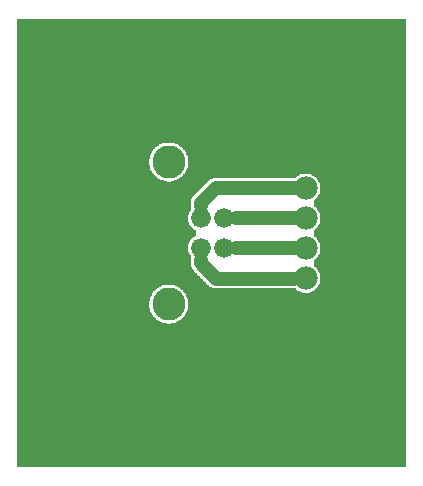
<source format=gbl>
G04 MADE WITH FRITZING*
G04 WWW.FRITZING.ORG*
G04 DOUBLE SIDED*
G04 HOLES PLATED*
G04 CONTOUR ON CENTER OF CONTOUR VECTOR*
%ASAXBY*%
%FSLAX23Y23*%
%MOIN*%
%OFA0B0*%
%SFA1.0B1.0*%
%ADD10C,0.075000*%
%ADD11C,0.066000*%
%ADD12C,0.110000*%
%ADD13C,0.078000*%
%ADD14C,0.048000*%
%LNCOPPER0*%
G90*
G70*
G54D10*
X121Y1454D03*
G54D11*
X730Y772D03*
X730Y871D03*
X652Y871D03*
X652Y772D03*
G54D12*
X545Y584D03*
X545Y1058D03*
G54D13*
X1002Y971D03*
X1002Y871D03*
X1002Y771D03*
X1002Y671D03*
G54D14*
X703Y670D02*
X652Y721D01*
D02*
X652Y721D02*
X652Y732D01*
D02*
X961Y670D02*
X703Y670D01*
D02*
X961Y771D02*
X770Y772D01*
D02*
X961Y871D02*
X770Y871D01*
D02*
X703Y972D02*
X652Y921D01*
D02*
X652Y921D02*
X652Y911D01*
D02*
X961Y971D02*
X703Y972D01*
G36*
X40Y1535D02*
X40Y1123D01*
X558Y1123D01*
X558Y1121D01*
X566Y1121D01*
X566Y1119D01*
X572Y1119D01*
X572Y1117D01*
X576Y1117D01*
X576Y1115D01*
X578Y1115D01*
X578Y1113D01*
X582Y1113D01*
X582Y1111D01*
X584Y1111D01*
X584Y1109D01*
X586Y1109D01*
X586Y1107D01*
X590Y1107D01*
X590Y1105D01*
X592Y1105D01*
X592Y1103D01*
X594Y1103D01*
X594Y1099D01*
X596Y1099D01*
X596Y1097D01*
X598Y1097D01*
X598Y1095D01*
X600Y1095D01*
X600Y1091D01*
X602Y1091D01*
X602Y1087D01*
X604Y1087D01*
X604Y1083D01*
X606Y1083D01*
X606Y1077D01*
X608Y1077D01*
X608Y1069D01*
X610Y1069D01*
X610Y1049D01*
X608Y1049D01*
X608Y1039D01*
X606Y1039D01*
X606Y1033D01*
X604Y1033D01*
X604Y1029D01*
X602Y1029D01*
X602Y1025D01*
X600Y1025D01*
X600Y1023D01*
X598Y1023D01*
X598Y1019D01*
X1014Y1019D01*
X1014Y1017D01*
X1020Y1017D01*
X1020Y1015D01*
X1024Y1015D01*
X1024Y1013D01*
X1028Y1013D01*
X1028Y1011D01*
X1030Y1011D01*
X1030Y1009D01*
X1034Y1009D01*
X1034Y1007D01*
X1036Y1007D01*
X1036Y1005D01*
X1038Y1005D01*
X1038Y1003D01*
X1040Y1003D01*
X1040Y999D01*
X1042Y999D01*
X1042Y997D01*
X1044Y997D01*
X1044Y993D01*
X1046Y993D01*
X1046Y989D01*
X1048Y989D01*
X1048Y983D01*
X1050Y983D01*
X1050Y959D01*
X1048Y959D01*
X1048Y951D01*
X1046Y951D01*
X1046Y949D01*
X1044Y949D01*
X1044Y945D01*
X1042Y945D01*
X1042Y941D01*
X1040Y941D01*
X1040Y939D01*
X1038Y939D01*
X1038Y937D01*
X1036Y937D01*
X1036Y935D01*
X1034Y935D01*
X1034Y933D01*
X1032Y933D01*
X1032Y931D01*
X1028Y931D01*
X1028Y911D01*
X1030Y911D01*
X1030Y909D01*
X1034Y909D01*
X1034Y907D01*
X1036Y907D01*
X1036Y905D01*
X1038Y905D01*
X1038Y903D01*
X1040Y903D01*
X1040Y899D01*
X1042Y899D01*
X1042Y897D01*
X1044Y897D01*
X1044Y893D01*
X1046Y893D01*
X1046Y889D01*
X1048Y889D01*
X1048Y883D01*
X1050Y883D01*
X1050Y859D01*
X1048Y859D01*
X1048Y851D01*
X1046Y851D01*
X1046Y849D01*
X1044Y849D01*
X1044Y845D01*
X1042Y845D01*
X1042Y841D01*
X1040Y841D01*
X1040Y839D01*
X1038Y839D01*
X1038Y837D01*
X1036Y837D01*
X1036Y835D01*
X1034Y835D01*
X1034Y833D01*
X1032Y833D01*
X1032Y831D01*
X1028Y831D01*
X1028Y811D01*
X1030Y811D01*
X1030Y809D01*
X1034Y809D01*
X1034Y807D01*
X1036Y807D01*
X1036Y805D01*
X1038Y805D01*
X1038Y803D01*
X1040Y803D01*
X1040Y799D01*
X1042Y799D01*
X1042Y797D01*
X1044Y797D01*
X1044Y793D01*
X1046Y793D01*
X1046Y789D01*
X1048Y789D01*
X1048Y783D01*
X1050Y783D01*
X1050Y759D01*
X1048Y759D01*
X1048Y751D01*
X1046Y751D01*
X1046Y749D01*
X1044Y749D01*
X1044Y745D01*
X1042Y745D01*
X1042Y741D01*
X1040Y741D01*
X1040Y739D01*
X1038Y739D01*
X1038Y737D01*
X1036Y737D01*
X1036Y735D01*
X1034Y735D01*
X1034Y733D01*
X1032Y733D01*
X1032Y731D01*
X1028Y731D01*
X1028Y711D01*
X1030Y711D01*
X1030Y709D01*
X1034Y709D01*
X1034Y707D01*
X1036Y707D01*
X1036Y705D01*
X1038Y705D01*
X1038Y703D01*
X1040Y703D01*
X1040Y699D01*
X1042Y699D01*
X1042Y697D01*
X1044Y697D01*
X1044Y693D01*
X1046Y693D01*
X1046Y689D01*
X1048Y689D01*
X1048Y683D01*
X1050Y683D01*
X1050Y659D01*
X1048Y659D01*
X1048Y651D01*
X1046Y651D01*
X1046Y649D01*
X1044Y649D01*
X1044Y645D01*
X1042Y645D01*
X1042Y641D01*
X1040Y641D01*
X1040Y639D01*
X1038Y639D01*
X1038Y637D01*
X1036Y637D01*
X1036Y635D01*
X1034Y635D01*
X1034Y633D01*
X1032Y633D01*
X1032Y631D01*
X1028Y631D01*
X1028Y629D01*
X1026Y629D01*
X1026Y627D01*
X1022Y627D01*
X1022Y625D01*
X1016Y625D01*
X1016Y623D01*
X1006Y623D01*
X1006Y621D01*
X1336Y621D01*
X1336Y1535D01*
X40Y1535D01*
G37*
D02*
G36*
X40Y1123D02*
X40Y993D01*
X538Y993D01*
X538Y995D01*
X528Y995D01*
X528Y997D01*
X522Y997D01*
X522Y999D01*
X516Y999D01*
X516Y1001D01*
X514Y1001D01*
X514Y1003D01*
X510Y1003D01*
X510Y1005D01*
X506Y1005D01*
X506Y1007D01*
X504Y1007D01*
X504Y1009D01*
X502Y1009D01*
X502Y1011D01*
X500Y1011D01*
X500Y1013D01*
X498Y1013D01*
X498Y1015D01*
X496Y1015D01*
X496Y1017D01*
X494Y1017D01*
X494Y1019D01*
X492Y1019D01*
X492Y1023D01*
X490Y1023D01*
X490Y1025D01*
X488Y1025D01*
X488Y1029D01*
X486Y1029D01*
X486Y1033D01*
X484Y1033D01*
X484Y1039D01*
X482Y1039D01*
X482Y1047D01*
X480Y1047D01*
X480Y1069D01*
X482Y1069D01*
X482Y1079D01*
X484Y1079D01*
X484Y1083D01*
X486Y1083D01*
X486Y1087D01*
X488Y1087D01*
X488Y1091D01*
X490Y1091D01*
X490Y1095D01*
X492Y1095D01*
X492Y1097D01*
X494Y1097D01*
X494Y1101D01*
X496Y1101D01*
X496Y1103D01*
X498Y1103D01*
X498Y1105D01*
X500Y1105D01*
X500Y1107D01*
X502Y1107D01*
X502Y1109D01*
X506Y1109D01*
X506Y1111D01*
X508Y1111D01*
X508Y1113D01*
X512Y1113D01*
X512Y1115D01*
X514Y1115D01*
X514Y1117D01*
X518Y1117D01*
X518Y1119D01*
X524Y1119D01*
X524Y1121D01*
X532Y1121D01*
X532Y1123D01*
X40Y1123D01*
G37*
D02*
G36*
X596Y1019D02*
X596Y1017D01*
X594Y1017D01*
X594Y1015D01*
X592Y1015D01*
X592Y1013D01*
X590Y1013D01*
X590Y1011D01*
X588Y1011D01*
X588Y1009D01*
X586Y1009D01*
X586Y1007D01*
X582Y1007D01*
X582Y1005D01*
X580Y1005D01*
X580Y1003D01*
X576Y1003D01*
X576Y1001D01*
X572Y1001D01*
X572Y999D01*
X568Y999D01*
X568Y997D01*
X562Y997D01*
X562Y995D01*
X552Y995D01*
X552Y993D01*
X676Y993D01*
X676Y995D01*
X678Y995D01*
X678Y997D01*
X680Y997D01*
X680Y999D01*
X684Y999D01*
X684Y1001D01*
X686Y1001D01*
X686Y1003D01*
X692Y1003D01*
X692Y1005D01*
X968Y1005D01*
X968Y1007D01*
X970Y1007D01*
X970Y1009D01*
X972Y1009D01*
X972Y1011D01*
X976Y1011D01*
X976Y1013D01*
X980Y1013D01*
X980Y1015D01*
X984Y1015D01*
X984Y1017D01*
X990Y1017D01*
X990Y1019D01*
X596Y1019D01*
G37*
D02*
G36*
X40Y993D02*
X40Y991D01*
X674Y991D01*
X674Y993D01*
X40Y993D01*
G37*
D02*
G36*
X40Y993D02*
X40Y991D01*
X674Y991D01*
X674Y993D01*
X40Y993D01*
G37*
D02*
G36*
X40Y991D02*
X40Y649D01*
X558Y649D01*
X558Y647D01*
X566Y647D01*
X566Y645D01*
X572Y645D01*
X572Y643D01*
X576Y643D01*
X576Y641D01*
X578Y641D01*
X578Y639D01*
X582Y639D01*
X582Y637D01*
X584Y637D01*
X584Y635D01*
X586Y635D01*
X586Y633D01*
X590Y633D01*
X590Y631D01*
X592Y631D01*
X592Y629D01*
X594Y629D01*
X594Y625D01*
X596Y625D01*
X596Y623D01*
X598Y623D01*
X598Y621D01*
X998Y621D01*
X998Y623D01*
X988Y623D01*
X988Y625D01*
X982Y625D01*
X982Y627D01*
X978Y627D01*
X978Y629D01*
X974Y629D01*
X974Y631D01*
X972Y631D01*
X972Y633D01*
X970Y633D01*
X970Y635D01*
X968Y635D01*
X968Y637D01*
X692Y637D01*
X692Y639D01*
X688Y639D01*
X688Y641D01*
X684Y641D01*
X684Y643D01*
X680Y643D01*
X680Y645D01*
X678Y645D01*
X678Y647D01*
X676Y647D01*
X676Y649D01*
X674Y649D01*
X674Y651D01*
X672Y651D01*
X672Y653D01*
X670Y653D01*
X670Y655D01*
X668Y655D01*
X668Y657D01*
X666Y657D01*
X666Y659D01*
X664Y659D01*
X664Y661D01*
X662Y661D01*
X662Y663D01*
X660Y663D01*
X660Y665D01*
X658Y665D01*
X658Y667D01*
X656Y667D01*
X656Y669D01*
X654Y669D01*
X654Y671D01*
X652Y671D01*
X652Y673D01*
X650Y673D01*
X650Y675D01*
X648Y675D01*
X648Y677D01*
X646Y677D01*
X646Y679D01*
X644Y679D01*
X644Y681D01*
X642Y681D01*
X642Y683D01*
X640Y683D01*
X640Y685D01*
X638Y685D01*
X638Y687D01*
X636Y687D01*
X636Y689D01*
X634Y689D01*
X634Y691D01*
X632Y691D01*
X632Y693D01*
X630Y693D01*
X630Y695D01*
X628Y695D01*
X628Y697D01*
X626Y697D01*
X626Y701D01*
X624Y701D01*
X624Y703D01*
X622Y703D01*
X622Y707D01*
X620Y707D01*
X620Y713D01*
X618Y713D01*
X618Y747D01*
X616Y747D01*
X616Y751D01*
X614Y751D01*
X614Y755D01*
X612Y755D01*
X612Y759D01*
X610Y759D01*
X610Y771D01*
X608Y771D01*
X608Y775D01*
X610Y775D01*
X610Y785D01*
X612Y785D01*
X612Y791D01*
X614Y791D01*
X614Y793D01*
X616Y793D01*
X616Y797D01*
X618Y797D01*
X618Y799D01*
X620Y799D01*
X620Y803D01*
X624Y803D01*
X624Y805D01*
X626Y805D01*
X626Y807D01*
X628Y807D01*
X628Y809D01*
X632Y809D01*
X632Y811D01*
X636Y811D01*
X636Y831D01*
X634Y831D01*
X634Y833D01*
X630Y833D01*
X630Y835D01*
X626Y835D01*
X626Y837D01*
X624Y837D01*
X624Y839D01*
X622Y839D01*
X622Y841D01*
X620Y841D01*
X620Y843D01*
X618Y843D01*
X618Y845D01*
X616Y845D01*
X616Y849D01*
X614Y849D01*
X614Y853D01*
X612Y853D01*
X612Y859D01*
X610Y859D01*
X610Y869D01*
X608Y869D01*
X608Y873D01*
X610Y873D01*
X610Y883D01*
X612Y883D01*
X612Y889D01*
X614Y889D01*
X614Y893D01*
X616Y893D01*
X616Y895D01*
X618Y895D01*
X618Y929D01*
X620Y929D01*
X620Y935D01*
X622Y935D01*
X622Y939D01*
X624Y939D01*
X624Y941D01*
X626Y941D01*
X626Y945D01*
X628Y945D01*
X628Y947D01*
X630Y947D01*
X630Y949D01*
X632Y949D01*
X632Y951D01*
X634Y951D01*
X634Y953D01*
X636Y953D01*
X636Y955D01*
X638Y955D01*
X638Y957D01*
X640Y957D01*
X640Y959D01*
X642Y959D01*
X642Y961D01*
X644Y961D01*
X644Y963D01*
X646Y963D01*
X646Y965D01*
X648Y965D01*
X648Y967D01*
X650Y967D01*
X650Y969D01*
X652Y969D01*
X652Y971D01*
X654Y971D01*
X654Y973D01*
X656Y973D01*
X656Y975D01*
X658Y975D01*
X658Y977D01*
X660Y977D01*
X660Y979D01*
X662Y979D01*
X662Y981D01*
X664Y981D01*
X664Y983D01*
X666Y983D01*
X666Y985D01*
X668Y985D01*
X668Y987D01*
X670Y987D01*
X670Y989D01*
X672Y989D01*
X672Y991D01*
X40Y991D01*
G37*
D02*
G36*
X40Y649D02*
X40Y519D01*
X538Y519D01*
X538Y521D01*
X528Y521D01*
X528Y523D01*
X522Y523D01*
X522Y525D01*
X516Y525D01*
X516Y527D01*
X514Y527D01*
X514Y529D01*
X510Y529D01*
X510Y531D01*
X506Y531D01*
X506Y533D01*
X504Y533D01*
X504Y535D01*
X502Y535D01*
X502Y537D01*
X500Y537D01*
X500Y539D01*
X498Y539D01*
X498Y541D01*
X496Y541D01*
X496Y543D01*
X494Y543D01*
X494Y545D01*
X492Y545D01*
X492Y549D01*
X490Y549D01*
X490Y551D01*
X488Y551D01*
X488Y555D01*
X486Y555D01*
X486Y559D01*
X484Y559D01*
X484Y565D01*
X482Y565D01*
X482Y573D01*
X480Y573D01*
X480Y595D01*
X482Y595D01*
X482Y605D01*
X484Y605D01*
X484Y609D01*
X486Y609D01*
X486Y613D01*
X488Y613D01*
X488Y617D01*
X490Y617D01*
X490Y621D01*
X492Y621D01*
X492Y623D01*
X494Y623D01*
X494Y627D01*
X496Y627D01*
X496Y629D01*
X498Y629D01*
X498Y631D01*
X500Y631D01*
X500Y633D01*
X502Y633D01*
X502Y635D01*
X506Y635D01*
X506Y637D01*
X508Y637D01*
X508Y639D01*
X512Y639D01*
X512Y641D01*
X514Y641D01*
X514Y643D01*
X518Y643D01*
X518Y645D01*
X524Y645D01*
X524Y647D01*
X532Y647D01*
X532Y649D01*
X40Y649D01*
G37*
D02*
G36*
X600Y621D02*
X600Y619D01*
X1336Y619D01*
X1336Y621D01*
X600Y621D01*
G37*
D02*
G36*
X600Y621D02*
X600Y619D01*
X1336Y619D01*
X1336Y621D01*
X600Y621D01*
G37*
D02*
G36*
X600Y619D02*
X600Y617D01*
X602Y617D01*
X602Y613D01*
X604Y613D01*
X604Y609D01*
X606Y609D01*
X606Y603D01*
X608Y603D01*
X608Y595D01*
X610Y595D01*
X610Y575D01*
X608Y575D01*
X608Y565D01*
X606Y565D01*
X606Y559D01*
X604Y559D01*
X604Y555D01*
X602Y555D01*
X602Y551D01*
X600Y551D01*
X600Y549D01*
X598Y549D01*
X598Y545D01*
X596Y545D01*
X596Y543D01*
X594Y543D01*
X594Y541D01*
X592Y541D01*
X592Y539D01*
X590Y539D01*
X590Y537D01*
X588Y537D01*
X588Y535D01*
X586Y535D01*
X586Y533D01*
X582Y533D01*
X582Y531D01*
X580Y531D01*
X580Y529D01*
X576Y529D01*
X576Y527D01*
X572Y527D01*
X572Y525D01*
X568Y525D01*
X568Y523D01*
X562Y523D01*
X562Y521D01*
X552Y521D01*
X552Y519D01*
X1336Y519D01*
X1336Y619D01*
X600Y619D01*
G37*
D02*
G36*
X40Y519D02*
X40Y517D01*
X1336Y517D01*
X1336Y519D01*
X40Y519D01*
G37*
D02*
G36*
X40Y519D02*
X40Y517D01*
X1336Y517D01*
X1336Y519D01*
X40Y519D01*
G37*
D02*
G36*
X40Y517D02*
X40Y41D01*
X1336Y41D01*
X1336Y517D01*
X40Y517D01*
G37*
D02*
G04 End of Copper0*
M02*
</source>
